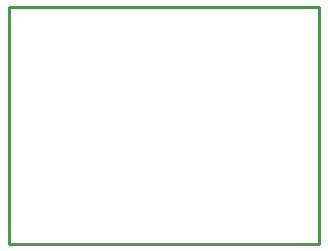
<source format=gko>
%FSLAX25Y25*%
%MOIN*%
G70*
G01*
G75*
G04 Layer_Color=16711935*
%ADD10R,0.05906X0.05118*%
%ADD11O,0.06890X0.01181*%
%ADD12O,0.01181X0.06890*%
%ADD13R,0.05118X0.05906*%
%ADD14C,0.00700*%
%ADD15C,0.04724*%
%ADD16R,0.04724X0.04724*%
%ADD17R,0.04724X0.04724*%
%ADD18C,0.03150*%
%ADD19C,0.02362*%
%ADD20C,0.00984*%
%ADD21C,0.01000*%
%ADD22C,0.00787*%
%ADD23C,0.00500*%
%ADD24C,0.00600*%
%ADD25R,0.06706X0.05918*%
%ADD26O,0.07690X0.01981*%
%ADD27O,0.01981X0.07690*%
%ADD28R,0.05918X0.06706*%
%ADD29C,0.05524*%
%ADD30R,0.05524X0.05524*%
%ADD31R,0.05524X0.05524*%
%ADD32C,0.03950*%
D21*
X0Y0D02*
X103200D01*
Y78691D01*
X0D02*
X103200D01*
X0Y0D02*
Y78691D01*
M02*

</source>
